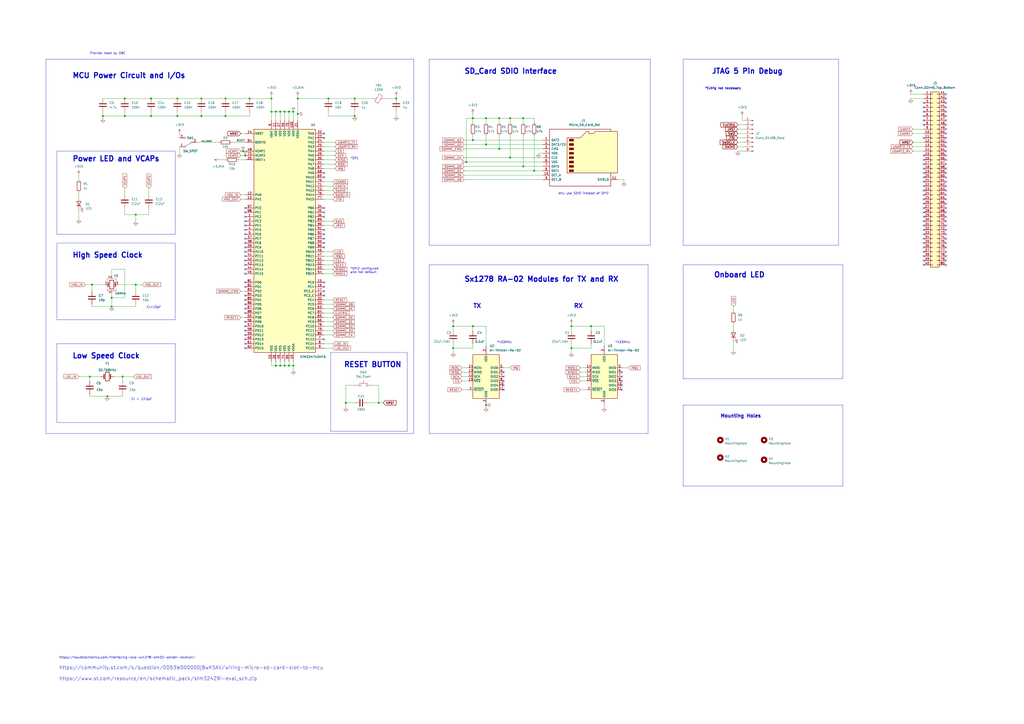
<source format=kicad_sch>
(kicad_sch (version 20230121) (generator eeschema)
  (paper "A2")
  (title_block (title "Tafiti Onboard Communication System") (date "2023-01-29") (rev "Version 1.5") (company "Kenya Space Agency") (comment 1 "Utilises an STM32H743VIT6 MCU."))
  (junction (at 274.32 68.58))
  (junction (at 205.74 67.31))
  (junction (at 64.77 177.8))
  (junction (at 205.74 57.15))
  (junction (at 270.51 93.98))
  (junction (at 262.89 189.23))
  (junction (at 102.87 57.15))
  (junction (at 342.9 189.23))
  (junction (at 162.56 212.09))
  (junction (at 170.18 64.77))
  (junction (at 229.87 57.15))
  (junction (at 78.74 124.46))
  (junction (at 62.23 229.87))
  (junction (at 165.1 212.09))
  (junction (at 78.74 165.1))
  (junction (at 53.34 165.1))
  (junction (at 172.72 57.15))
  (junction (at 281.94 68.58))
  (junction (at 142.24 90.17))
  (junction (at 331.47 189.23))
  (junction (at 140.97 87.63))
  (junction (at 165.1 64.77))
  (junction (at 274.32 189.23))
  (junction (at 160.02 64.77))
  (junction (at 190.5 57.15))
  (junction (at 309.88 99.06))
  (junction (at 144.78 57.15))
  (junction (at 71.12 218.44))
  (junction (at 289.56 68.58))
  (junction (at 170.18 212.09))
  (junction (at 219.71 233.68))
  (junction (at 102.87 67.31))
  (junction (at 160.02 212.09))
  (junction (at 262.89 201.93))
  (junction (at 167.64 212.09))
  (junction (at 116.84 57.15))
  (junction (at 303.53 68.58))
  (junction (at 281.94 234.95))
  (junction (at 64.77 172.72))
  (junction (at 281.94 83.82))
  (junction (at 157.48 57.15))
  (junction (at 87.63 67.31))
  (junction (at 157.48 64.77))
  (junction (at 167.64 64.77))
  (junction (at 331.47 201.93))
  (junction (at 59.69 67.31))
  (junction (at 295.91 91.44))
  (junction (at 289.56 86.36))
  (junction (at 72.39 57.15))
  (junction (at 162.56 64.77))
  (junction (at 295.91 68.58))
  (junction (at 130.81 67.31))
  (junction (at 130.81 57.15))
  (junction (at 172.72 66.04))
  (junction (at 72.39 67.31))
  (junction (at 116.84 67.31))
  (junction (at 87.63 57.15))
  (junction (at 274.32 81.28))
  (junction (at 200.66 233.68))
  (junction (at 52.07 218.44))
  (junction (at 303.53 96.52))
  (no_connect (at 360.68 220.98))
  (no_connect (at 360.68 218.44))
  (no_connect (at 142.24 186.69))
  (no_connect (at 142.24 201.93))
  (no_connect (at 142.24 199.39))
  (no_connect (at 360.68 226.06))
  (no_connect (at 187.96 143.51))
  (no_connect (at 535.94 80.01))
  (no_connect (at 187.96 171.45))
  (no_connect (at 292.1 223.52))
  (no_connect (at 292.1 226.06))
  (no_connect (at 187.96 125.73))
  (no_connect (at 187.96 123.19))
  (no_connect (at 187.96 120.65))
  (no_connect (at 187.96 133.35))
  (no_connect (at 187.96 135.89))
  (no_connect (at 187.96 138.43))
  (no_connect (at 187.96 140.97))
  (no_connect (at 187.96 163.83))
  (no_connect (at 360.68 223.52))
  (no_connect (at 292.1 218.44))
  (no_connect (at 292.1 220.98))
  (no_connect (at 187.96 166.37))
  (no_connect (at 187.96 168.91))
  (no_connect (at 187.96 100.33))
  (no_connect (at 187.96 196.85))
  (no_connect (at 187.96 102.87))
  (no_connect (at 187.96 80.01))
  (no_connect (at 187.96 77.47))
  (no_connect (at 142.24 179.07))
  (no_connect (at 142.24 176.53))
  (no_connect (at 142.24 173.99))
  (no_connect (at 142.24 171.45))
  (no_connect (at 142.24 166.37))
  (no_connect (at 142.24 163.83))
  (no_connect (at 142.24 158.75))
  (no_connect (at 142.24 156.21))
  (no_connect (at 142.24 153.67))
  (no_connect (at 142.24 151.13))
  (no_connect (at 142.24 148.59))
  (no_connect (at 142.24 146.05))
  (no_connect (at 142.24 143.51))
  (no_connect (at 142.24 140.97))
  (no_connect (at 142.24 138.43))
  (no_connect (at 142.24 135.89))
  (no_connect (at 142.24 133.35))
  (no_connect (at 142.24 130.81))
  (no_connect (at 142.24 128.27))
  (no_connect (at 142.24 125.73))
  (no_connect (at 142.24 120.65))
  (no_connect (at 142.24 123.19))
  (no_connect (at 142.24 181.61))
  (no_connect (at 142.24 196.85))
  (no_connect (at 142.24 194.31))
  (no_connect (at 142.24 191.77))
  (no_connect (at 142.24 189.23))
  (no_connect (at 548.64 72.39))
  (no_connect (at 548.64 69.85))
  (no_connect (at 548.64 67.31))
  (no_connect (at 548.64 64.77))
  (no_connect (at 548.64 62.23))
  (no_connect (at 548.64 59.69))
  (no_connect (at 548.64 57.15))
  (no_connect (at 548.64 54.61))
  (no_connect (at 535.94 62.23))
  (no_connect (at 535.94 59.69))
  (no_connect (at 535.94 95.25))
  (no_connect (at 535.94 97.79))
  (no_connect (at 535.94 100.33))
  (no_connect (at 535.94 102.87))
  (no_connect (at 535.94 64.77))
  (no_connect (at 535.94 67.31))
  (no_connect (at 535.94 72.39))
  (no_connect (at 535.94 69.85))
  (no_connect (at 548.64 97.79))
  (no_connect (at 548.64 95.25))
  (no_connect (at 548.64 92.71))
  (no_connect (at 548.64 90.17))
  (no_connect (at 548.64 87.63))
  (no_connect (at 548.64 85.09))
  (no_connect (at 548.64 82.55))
  (no_connect (at 548.64 80.01))
  (no_connect (at 548.64 77.47))
  (no_connect (at 548.64 74.93))
  (no_connect (at 535.94 153.67))
  (no_connect (at 548.64 153.67))
  (no_connect (at 548.64 151.13))
  (no_connect (at 535.94 92.71))
  (no_connect (at 535.94 90.17))
  (no_connect (at 535.94 105.41))
  (no_connect (at 535.94 107.95))
  (no_connect (at 535.94 110.49))
  (no_connect (at 535.94 113.03))
  (no_connect (at 535.94 118.11))
  (no_connect (at 535.94 120.65))
  (no_connect (at 535.94 115.57))
  (no_connect (at 535.94 123.19))
  (no_connect (at 535.94 125.73))
  (no_connect (at 535.94 128.27))
  (no_connect (at 535.94 130.81))
  (no_connect (at 535.94 133.35))
  (no_connect (at 535.94 135.89))
  (no_connect (at 535.94 138.43))
  (no_connect (at 535.94 140.97))
  (no_connect (at 535.94 143.51))
  (no_connect (at 535.94 146.05))
  (no_connect (at 535.94 148.59))
  (no_connect (at 535.94 151.13))
  (no_connect (at 548.64 148.59))
  (no_connect (at 548.64 146.05))
  (no_connect (at 548.64 143.51))
  (no_connect (at 548.64 140.97))
  (no_connect (at 548.64 138.43))
  (no_connect (at 548.64 135.89))
  (no_connect (at 548.64 133.35))
  (no_connect (at 548.64 130.81))
  (no_connect (at 548.64 128.27))
  (no_connect (at 548.64 125.73))
  (no_connect (at 548.64 123.19))
  (no_connect (at 548.64 120.65))
  (no_connect (at 548.64 118.11))
  (no_connect (at 548.64 115.57))
  (no_connect (at 548.64 113.03))
  (no_connect (at 548.64 107.95))
  (no_connect (at 548.64 110.49))
  (no_connect (at 548.64 105.41))
  (no_connect (at 548.64 102.87))
  (no_connect (at 548.64 100.33))
  (no_connect (at 360.68 215.9))
  (no_connect (at 292.1 215.9))
  (polyline (pts (xy 101.6 87.63) (xy 101.6 135.89)))
  (wire (pts (xy 172.72 57.15) (xy 190.5 57.15)))
  (wire (pts (xy 157.48 57.15) (xy 157.48 64.77)))
  (polyline (pts (xy 396.24 34.29) (xy 486.41 34.29)))
  (wire (pts (xy 59.69 64.77) (xy 59.69 67.31)))
  (wire (pts (xy 78.74 165.1) (xy 78.74 168.91)))
  (wire (pts (xy 59.69 57.15) (xy 72.39 57.15)))
  (polyline (pts (xy 33.02 140.97) (xy 101.6 140.97)))
  (wire (pts (xy 71.12 218.44) (xy 77.47 218.44)))
  (wire (pts (xy 45.72 218.44) (xy 52.07 218.44)))
  (wire (pts (xy 49.53 165.1) (xy 53.34 165.1)))
  (wire (pts (xy 139.7 115.57) (xy 142.24 115.57)))
  (wire (pts (xy 167.64 209.55) (xy 167.64 212.09)))
  (wire (pts (xy 160.02 209.55) (xy 160.02 212.09)))
  (wire (pts (xy 289.56 78.74) (xy 289.56 86.36)))
  (wire (pts (xy 139.7 184.15) (xy 142.24 184.15)))
  (wire (pts (xy 350.52 233.68) (xy 350.52 236.22)))
  (wire (pts (xy 187.96 107.95) (xy 193.04 107.95)))
  (wire (pts (xy 295.91 68.58) (xy 295.91 71.12)))
  (wire (pts (xy 528.32 57.15) (xy 535.94 57.15)))
  (wire (pts (xy 187.96 113.03) (xy 193.04 113.03)))
  (wire (pts (xy 139.7 77.47) (xy 142.24 77.47)))
  (wire (pts (xy 127 92.71) (xy 130.81 92.71)))
  (wire (pts (xy 262.89 187.96) (xy 262.89 189.23)))
  (wire (pts (xy 102.87 64.77) (xy 102.87 67.31)))
  (wire (pts (xy 104.14 77.47) (xy 104.14 80.01)))
  (wire (pts (xy 187.96 153.67) (xy 193.04 153.67)))
  (wire (pts (xy 281.94 189.23) (xy 281.94 200.66)))
  (wire (pts (xy 187.96 110.49) (xy 193.04 110.49)))
  (wire (pts (xy 200.66 233.68) (xy 200.66 236.22)))
  (wire (pts (xy 342.9 189.23) (xy 350.52 189.23)))
  (wire (pts (xy 281.94 83.82) (xy 314.96 83.82)))
  (wire (pts (xy 167.64 64.77) (xy 167.64 69.85)))
  (wire (pts (xy 425.45 198.12) (xy 425.45 203.2)))
  (wire (pts (xy 187.96 189.23) (xy 193.04 189.23)))
  (wire (pts (xy 167.64 212.09) (xy 170.18 212.09)))
  (polyline (pts (xy 240.03 34.29) (xy 240.03 251.46)))
  (polyline (pts (xy 101.6 140.97) (xy 101.6 185.42)))
  (wire (pts (xy 116.84 67.31) (xy 130.81 67.31)))
  (polyline (pts (xy 204.47 204.47) (xy 236.22 204.47)))
  (wire (pts (xy 219.71 223.52) (xy 219.71 233.68)))
  (wire (pts (xy 157.48 55.88) (xy 157.48 57.15)))
  (wire (pts (xy 64.77 170.18) (xy 64.77 172.72)))
  (wire (pts (xy 190.5 67.31) (xy 205.74 67.31)))
  (wire (pts (xy 281.94 68.58) (xy 289.56 68.58)))
  (wire (pts (xy 130.81 67.31) (xy 144.78 67.31)))
  (wire (pts (xy 274.32 189.23) (xy 281.94 189.23)))
  (wire (pts (xy 187.96 115.57) (xy 193.04 115.57)))
  (wire (pts (xy 331.47 189.23) (xy 331.47 191.77)))
  (wire (pts (xy 350.52 189.23) (xy 350.52 200.66)))
  (wire (pts (xy 295.91 68.58) (xy 303.53 68.58)))
  (wire (pts (xy 229.87 64.77) (xy 229.87 67.31)))
  (wire (pts (xy 52.07 218.44) (xy 58.42 218.44)))
  (polyline (pts (xy 248.92 153.67) (xy 375.92 153.67)))
  (polyline (pts (xy 26.67 34.29) (xy 26.67 251.46)))
  (wire (pts (xy 170.18 209.55) (xy 170.18 212.09)))
  (wire (pts (xy 430.53 69.85) (xy 431.8 69.85)))
  (wire (pts (xy 187.96 173.99) (xy 193.04 173.99)))
  (wire (pts (xy 187.96 199.39) (xy 193.04 199.39)))
  (wire (pts (xy 64.77 160.02) (xy 64.77 156.21)))
  (wire (pts (xy 72.39 57.15) (xy 87.63 57.15)))
  (wire (pts (xy 303.53 68.58) (xy 309.88 68.58)))
  (polyline (pts (xy 248.92 34.29) (xy 377.19 34.29)))
  (wire (pts (xy 187.96 148.59) (xy 193.04 148.59)))
  (wire (pts (xy 187.96 146.05) (xy 193.04 146.05)))
  (wire (pts (xy 295.91 91.44) (xy 314.96 91.44)))
  (wire (pts (xy 274.32 66.04) (xy 274.32 68.58)))
  (wire (pts (xy 45.72 121.92) (xy 45.72 127)))
  (polyline (pts (xy 396.24 234.95) (xy 488.95 234.95)))
  (wire (pts (xy 165.1 64.77) (xy 165.1 69.85)))
  (wire (pts (xy 358.14 104.14) (xy 361.95 104.14)))
  (polyline (pts (xy 396.24 34.29) (xy 396.24 142.24)))
  (wire (pts (xy 52.07 228.6) (xy 52.07 229.87)))
  (wire (pts (xy 281.94 234.95) (xy 281.94 236.22)))
  (wire (pts (xy 167.64 64.77) (xy 170.18 64.77)))
  (wire (pts (xy 53.34 165.1) (xy 60.96 165.1)))
  (wire (pts (xy 267.97 226.06) (xy 271.78 226.06)))
  (wire (pts (xy 72.39 67.31) (xy 87.63 67.31)))
  (wire (pts (xy 205.74 57.15) (xy 215.9 57.15)))
  (wire (pts (xy 78.74 124.46) (xy 78.74 128.27)))
  (wire (pts (xy 342.9 189.23) (xy 331.47 189.23)))
  (wire (pts (xy 157.48 64.77) (xy 160.02 64.77)))
  (wire (pts (xy 331.47 199.39) (xy 331.47 201.93)))
  (wire (pts (xy 87.63 67.31) (xy 102.87 67.31)))
  (wire (pts (xy 87.63 64.77) (xy 87.63 67.31)))
  (wire (pts (xy 138.43 92.71) (xy 142.24 92.71)))
  (wire (pts (xy 267.97 213.36) (xy 271.78 213.36)))
  (wire (pts (xy 205.74 67.31) (xy 205.74 64.77)))
  (wire (pts (xy 361.95 104.14) (xy 361.95 105.41)))
  (wire (pts (xy 187.96 151.13) (xy 193.04 151.13)))
  (wire (pts (xy 262.89 189.23) (xy 262.89 191.77)))
  (wire (pts (xy 303.53 78.74) (xy 303.53 96.52)))
  (wire (pts (xy 157.48 212.09) (xy 160.02 212.09)))
  (polyline (pts (xy 396.24 153.67) (xy 396.24 219.71)))
  (wire (pts (xy 427.99 85.09) (xy 431.8 85.09)))
  (wire (pts (xy 139.7 168.91) (xy 142.24 168.91)))
  (wire (pts (xy 187.96 87.63) (xy 194.31 87.63)))
  (wire (pts (xy 528.32 54.61) (xy 535.94 54.61)))
  (wire (pts (xy 187.96 181.61) (xy 193.04 181.61)))
  (wire (pts (xy 59.69 67.31) (xy 59.69 68.58)))
  (wire (pts (xy 139.7 87.63) (xy 140.97 87.63)))
  (polyline (pts (xy 375.92 251.46) (xy 248.92 251.46)))
  (wire (pts (xy 427.99 72.39) (xy 431.8 72.39)))
  (wire (pts (xy 52.07 229.87) (xy 62.23 229.87)))
  (polyline (pts (xy 486.41 142.24) (xy 486.41 34.29)))
  (wire (pts (xy 262.89 201.93) (xy 262.89 204.47)))
  (wire (pts (xy 205.74 223.52) (xy 200.66 223.52)))
  (wire (pts (xy 116.84 64.77) (xy 116.84 67.31)))
  (polyline (pts (xy 191.77 204.47) (xy 204.47 204.47)))
  (wire (pts (xy 529.59 85.09) (xy 535.94 85.09)))
  (wire (pts (xy 336.55 213.36) (xy 340.36 213.36)))
  (wire (pts (xy 187.96 90.17) (xy 194.31 90.17)))
  (wire (pts (xy 187.96 158.75) (xy 193.04 158.75)))
  (wire (pts (xy 53.34 177.8) (xy 64.77 177.8)))
  (wire (pts (xy 52.07 218.44) (xy 52.07 220.98)))
  (wire (pts (xy 312.42 88.9) (xy 314.96 88.9)))
  (polyline (pts (xy 396.24 153.67) (xy 488.95 153.67)))
  (wire (pts (xy 200.66 223.52) (xy 200.66 233.68)))
  (wire (pts (xy 102.87 57.15) (xy 116.84 57.15)))
  (wire (pts (xy 64.77 156.21) (xy 72.39 156.21)))
  (wire (pts (xy 134.62 82.55) (xy 142.24 82.55)))
  (wire (pts (xy 267.97 220.98) (xy 271.78 220.98)))
  (polyline (pts (xy 26.67 34.29) (xy 240.03 34.29)))
  (wire (pts (xy 187.96 130.81) (xy 193.04 130.81)))
  (wire (pts (xy 71.12 218.44) (xy 71.12 220.98)))
  (wire (pts (xy 72.39 64.77) (xy 72.39 67.31)))
  (wire (pts (xy 529.59 82.55) (xy 535.94 82.55)))
  (wire (pts (xy 336.55 218.44) (xy 340.36 218.44)))
  (polyline (pts (xy 488.95 153.67) (xy 488.95 219.71)))
  (wire (pts (xy 86.36 109.22) (xy 86.36 113.03)))
  (wire (pts (xy 425.45 187.96) (xy 425.45 190.5)))
  (wire (pts (xy 78.74 124.46) (xy 72.39 124.46)))
  (polyline (pts (xy 377.19 142.24) (xy 377.19 34.29)))
  (wire (pts (xy 274.32 68.58) (xy 274.32 71.12)))
  (wire (pts (xy 64.77 177.8) (xy 78.74 177.8)))
  (wire (pts (xy 336.55 220.98) (xy 340.36 220.98)))
  (wire (pts (xy 187.96 85.09) (xy 194.31 85.09)))
  (wire (pts (xy 274.32 68.58) (xy 281.94 68.58)))
  (wire (pts (xy 116.84 57.15) (xy 130.81 57.15)))
  (wire (pts (xy 303.53 68.58) (xy 303.53 71.12)))
  (wire (pts (xy 59.69 67.31) (xy 72.39 67.31)))
  (wire (pts (xy 274.32 201.93) (xy 274.32 199.39)))
  (wire (pts (xy 427.99 74.93) (xy 431.8 74.93)))
  (wire (pts (xy 64.77 177.8) (xy 64.77 172.72)))
  (wire (pts (xy 45.72 101.6) (xy 45.72 104.14)))
  (wire (pts (xy 427.99 82.55) (xy 431.8 82.55)))
  (polyline (pts (xy 33.02 87.63) (xy 101.6 87.63)))
  (wire (pts (xy 187.96 191.77) (xy 193.04 191.77)))
  (wire (pts (xy 529.59 74.93) (xy 535.94 74.93)))
  (wire (pts (xy 187.96 95.25) (xy 194.31 95.25)))
  (wire (pts (xy 62.23 229.87) (xy 71.12 229.87)))
  (wire (pts (xy 144.78 57.15) (xy 157.48 57.15)))
  (wire (pts (xy 213.36 233.68) (xy 219.71 233.68)))
  (wire (pts (xy 430.53 67.31) (xy 430.53 69.85)))
  (wire (pts (xy 190.5 57.15) (xy 205.74 57.15)))
  (wire (pts (xy 53.34 165.1) (xy 53.34 168.91)))
  (wire (pts (xy 270.51 68.58) (xy 270.51 93.98)))
  (wire (pts (xy 219.71 233.68) (xy 222.25 233.68)))
  (wire (pts (xy 269.24 91.44) (xy 295.91 91.44)))
  (wire (pts (xy 427.99 80.01) (xy 431.8 80.01)))
  (wire (pts (xy 281.94 78.74) (xy 281.94 83.82)))
  (wire (pts (xy 114.3 82.55) (xy 127 82.55)))
  (wire (pts (xy 274.32 81.28) (xy 314.96 81.28)))
  (wire (pts (xy 187.96 156.21) (xy 193.04 156.21)))
  (wire (pts (xy 289.56 68.58) (xy 295.91 68.58)))
  (wire (pts (xy 269.24 83.82) (xy 281.94 83.82)))
  (wire (pts (xy 140.97 87.63) (xy 142.24 87.63)))
  (polyline (pts (xy 375.92 153.67) (xy 375.92 251.46)))
  (wire (pts (xy 289.56 68.58) (xy 289.56 71.12)))
  (wire (pts (xy 342.9 191.77) (xy 342.9 189.23)))
  (polyline (pts (xy 236.22 204.47) (xy 236.22 250.19)))
  (wire (pts (xy 187.96 92.71) (xy 194.31 92.71)))
  (wire (pts (xy 53.34 176.53) (xy 53.34 177.8)))
  (wire (pts (xy 223.52 57.15) (xy 229.87 57.15)))
  (wire (pts (xy 187.96 179.07) (xy 193.04 179.07)))
  (wire (pts (xy 187.96 105.41) (xy 193.04 105.41)))
  (wire (pts (xy 157.48 209.55) (xy 157.48 212.09)))
  (wire (pts (xy 162.56 209.55) (xy 162.56 212.09)))
  (wire (pts (xy 425.45 177.8) (xy 425.45 180.34)))
  (polyline (pts (xy 33.02 199.39) (xy 33.02 245.11)))
  (polyline (pts (xy 248.92 251.46) (xy 248.92 153.67)))
  (wire (pts (xy 336.55 215.9) (xy 340.36 215.9)))
  (polyline (pts (xy 396.24 142.24) (xy 486.41 142.24)))
  (wire (pts (xy 72.39 172.72) (xy 64.77 172.72)))
  (polyline (pts (xy 248.92 142.24) (xy 377.19 142.24)))
  (polyline (pts (xy 396.24 234.95) (xy 396.24 281.94)))
  (wire (pts (xy 172.72 55.88) (xy 172.72 57.15)))
  (wire (pts (xy 269.24 101.6) (xy 314.96 101.6)))
  (wire (pts (xy 162.56 64.77) (xy 162.56 69.85)))
  (wire (pts (xy 269.24 96.52) (xy 303.53 96.52)))
  (wire (pts (xy 72.39 124.46) (xy 72.39 120.65)))
  (wire (pts (xy 187.96 82.55) (xy 194.31 82.55)))
  (wire (pts (xy 331.47 201.93) (xy 331.47 204.47)))
  (wire (pts (xy 130.81 64.77) (xy 130.81 67.31)))
  (polyline (pts (xy 33.02 199.39) (xy 101.6 199.39)))
  (wire (pts (xy 215.9 223.52) (xy 219.71 223.52)))
  (wire (pts (xy 104.14 85.09) (xy 104.14 88.9)))
  (wire (pts (xy 187.96 201.93) (xy 193.04 201.93)))
  (polyline (pts (xy 101.6 245.11) (xy 33.02 245.11)))
  (polyline (pts (xy 33.02 140.97) (xy 33.02 185.42)))
  (wire (pts (xy 66.04 218.44) (xy 71.12 218.44)))
  (wire (pts (xy 172.72 57.15) (xy 172.72 66.04)))
  (wire (pts (xy 139.7 113.03) (xy 142.24 113.03)))
  (wire (pts (xy 274.32 191.77) (xy 274.32 189.23)))
  (wire (pts (xy 72.39 109.22) (xy 72.39 113.03)))
  (wire (pts (xy 289.56 86.36) (xy 314.96 86.36)))
  (wire (pts (xy 187.96 186.69) (xy 193.04 186.69)))
  (wire (pts (xy 274.32 78.74) (xy 274.32 81.28)))
  (wire (pts (xy 270.51 93.98) (xy 314.96 93.98)))
  (wire (pts (xy 269.24 86.36) (xy 289.56 86.36)))
  (polyline (pts (xy 488.95 219.71) (xy 396.24 219.71)))
  (wire (pts (xy 309.88 99.06) (xy 314.96 99.06)))
  (wire (pts (xy 529.59 87.63) (xy 535.94 87.63)))
  (wire (pts (xy 170.18 212.09) (xy 170.18 214.63)))
  (wire (pts (xy 292.1 213.36) (xy 295.91 213.36)))
  (wire (pts (xy 269.24 81.28) (xy 274.32 81.28)))
  (wire (pts (xy 187.96 97.79) (xy 194.31 97.79)))
  (wire (pts (xy 281.94 233.68) (xy 281.94 234.95)))
  (wire (pts (xy 130.81 57.15) (xy 144.78 57.15)))
  (wire (pts (xy 187.96 128.27) (xy 193.04 128.27)))
  (wire (pts (xy 267.97 215.9) (xy 271.78 215.9)))
  (polyline (pts (xy 248.92 34.29) (xy 248.92 142.24)))
  (polyline (pts (xy 101.6 185.42) (xy 33.02 185.42)))
  (wire (pts (xy 165.1 64.77) (xy 167.64 64.77)))
  (wire (pts (xy 157.48 64.77) (xy 157.48 69.85)))
  (wire (pts (xy 86.36 120.65) (xy 86.36 124.46)))
  (wire (pts (xy 170.18 64.77) (xy 170.18 69.85)))
  (wire (pts (xy 160.02 64.77) (xy 162.56 64.77)))
  (wire (pts (xy 309.88 78.74) (xy 309.88 99.06)))
  (polyline (pts (xy 101.6 135.89) (xy 33.02 135.89)))
  (wire (pts (xy 529.59 77.47) (xy 535.94 77.47)))
  (wire (pts (xy 303.53 96.52) (xy 314.96 96.52)))
  (wire (pts (xy 190.5 64.77) (xy 190.5 67.31)))
  (wire (pts (xy 187.96 176.53) (xy 193.04 176.53)))
  (wire (pts (xy 331.47 201.93) (xy 342.9 201.93)))
  (wire (pts (xy 160.02 64.77) (xy 160.02 69.85)))
  (wire (pts (xy 78.74 177.8) (xy 78.74 176.53)))
  (wire (pts (xy 281.94 68.58) (xy 281.94 71.12)))
  (wire (pts (xy 336.55 226.06) (xy 340.36 226.06)))
  (wire (pts (xy 274.32 68.58) (xy 270.51 68.58)))
  (wire (pts (xy 267.97 218.44) (xy 271.78 218.44)))
  (polyline (pts (xy 191.77 250.19) (xy 191.77 204.47)))
  (polyline (pts (xy 33.02 87.63) (xy 33.02 135.89)))
  (wire (pts (xy 165.1 209.55) (xy 165.1 212.09)))
  (wire (pts (xy 269.24 104.14) (xy 314.96 104.14)))
  (polyline (pts (xy 236.22 250.19) (xy 191.77 250.19)))
  (wire (pts (xy 269.24 99.06) (xy 309.88 99.06)))
  (wire (pts (xy 262.89 199.39) (xy 262.89 201.93)))
  (wire (pts (xy 139.7 90.17) (xy 142.24 90.17)))
  (wire (pts (xy 162.56 212.09) (xy 165.1 212.09)))
  (wire (pts (xy 144.78 67.31) (xy 144.78 64.77)))
  (wire (pts (xy 102.87 67.31) (xy 116.84 67.31)))
  (wire (pts (xy 309.88 68.58) (xy 309.88 71.12)))
  (wire (pts (xy 187.96 184.15) (xy 193.04 184.15)))
  (wire (pts (xy 172.72 66.04) (xy 172.72 69.85)))
  (wire (pts (xy 274.32 189.23) (xy 262.89 189.23)))
  (polyline (pts (xy 488.95 281.94) (xy 396.24 281.94)))
  (wire (pts (xy 331.47 187.96) (xy 331.47 189.23)))
  (polyline (pts (xy 101.6 199.39) (xy 101.6 245.11)))
  (wire (pts (xy 295.91 78.74) (xy 295.91 91.44)))
  (wire (pts (xy 427.99 77.47) (xy 431.8 77.47)))
  (wire (pts (xy 229.87 55.88) (xy 229.87 57.15)))
  (wire (pts (xy 160.02 212.09) (xy 162.56 212.09)))
  (polyline (pts (xy 488.95 234.95) (xy 488.95 281.94)))
  (wire (pts (xy 262.89 201.93) (xy 274.32 201.93)))
  (wire (pts (xy 200.66 233.68) (xy 205.74 233.68)))
  (wire (pts (xy 45.72 111.76) (xy 45.72 114.3)))
  (wire (pts (xy 68.58 165.1) (xy 78.74 165.1)))
  (wire (pts (xy 360.68 213.36) (xy 364.49 213.36)))
  (wire (pts (xy 71.12 229.87) (xy 71.12 228.6)))
  (wire (pts (xy 342.9 201.93) (xy 342.9 199.39)))
  (wire (pts (xy 427.99 87.63) (xy 431.8 87.63)))
  (wire (pts (xy 165.1 212.09) (xy 167.64 212.09)))
  (wire (pts (xy 162.56 64.77) (xy 165.1 64.77)))
  (wire (pts (xy 72.39 156.21) (xy 72.39 172.72)))
  (wire (pts (xy 187.96 194.31) (xy 193.04 194.31)))
  (polyline (pts (xy 240.03 251.46) (xy 26.67 251.46)))
  (wire (pts (xy 78.74 165.1) (xy 82.55 165.1)))
  (wire (pts (xy 87.63 57.15) (xy 102.87 57.15)))
  (wire (pts (xy 86.36 124.46) (xy 78.74 124.46)))
  (text "RX" (at 332.74 179.07 0) (effects (font (size 2.5 2.5) bold) (justify left bottom)))
  (text "Onboard LED" (at 414.02 161.29 0) (effects (font (size 3 3) bold) (justify left bottom)))
  (text "Cl = 12.5pF" (at 76.2 232.41 0) (effects (font (size 1.27 1.27)) (justify left bottom)))
  (text "Cl=10pF" (at 85.09 179.07 0) (effects (font (size 1.27 1.27)) (justify left bottom)))
  (text "https://www.st.com/resource/en/schematic_pack/stm32429i-eval_sch.zip" (at 34.29 394.97 0) (effects (font (size 2 2)) (justify left bottom)))
  (text "https://community.st.com/s/question/0D53W00000DjBwKSAV/wiring-micro-sd-card-slot-to-mcu" (at 34.29 388.62 0) (effects (font (size 2 2)) (justify left bottom)))
  (text "Mounting Holes" (at 417.83 242.57 0) (effects (font (size 2 2) (thickness 0.4) bold) (justify left bottom)))
  (text "RESET BUTTON" (at 199.39 213.36 0) (effects (font (size 3 3) bold) (justify left bottom)))
  (text "*Extrig not necessary" (at 408.94 52.07 0) (effects (font (size 1.27 1.27) bold) (justify left bottom)))
  (text "Sx1278 RA-02 Modules for TX and RX" (at 269.24 163.83 0) (effects (font (size 3 3) bold) (justify left bottom)))
  (text "https://how2electronics.com/interfacing-lora-sx1278-stm32-sender-receiver/" (at 34.29 382.27 0) (effects (font (size 1.27 1.27)) (justify left bottom)))
  (text "JTAG 5 Pin Debug" (at 412.75 43.18 0) (effects (font (size 3 3) bold) (justify left bottom)))
  (text "*433MHz" (at 288.29 199.39 0) (effects (font (size 1.27 1.27)) (justify left bottom)))
  (text "Provide reset by OBC" (at 52.07 31.75 0) (effects (font (size 1.27 1.27)) (justify left bottom)))
  (text "Power LED and VCAPs" (at 41.91 93.98 0) (effects (font (size 3 3) bold) (justify left bottom)))
  (text "High Speed Clock" (at 41.91 149.86 0) (effects (font (size 3 3) (thickness 0.6) bold) (justify left bottom)))
  (text "MCU Power Circuit and I/Os" (at 41.91 45.72 0) (effects (font (size 3 3) bold) (justify left bottom)))
  (text "Why use SDIO instead of SPI?\n" (at 323.85 113.03 0) (effects (font (size 1.27 1.27)) (justify left bottom)))
  (text "*SP1" (at 203.2 92.71 0) (effects (font (size 1.27 1.27)) (justify left bottom)))
  (text "*SPI2 configured\nand not default" (at 203.2 158.75 0) (effects (font (size 1.27 1.27)) (justify left bottom)))
  (text "Low Speed Clock" (at 41.91 208.28 0) (effects (font (size 3 3) bold) (justify left bottom)))
  (text "*433MHz" (at 356.87 199.39 0) (effects (font (size 1.27 1.27)) (justify left bottom)))
  (text "TX" (at 274.32 179.07 0) (effects (font (size 2.5 2.5) bold) (justify left bottom)))
  (text "SD_Card SDIO Interface" (at 269.24 43.18 0) (effects (font (size 3 3) bold) (justify left bottom)))
  (label "BOOT" (at 137.16 82.55 0))
  (label "sw_boot" (at 116.84 82.55 0) (effects (font (size 1 1))))
  (global_label "HSE_OUT" (shape input) (at 139.7 115.57 180) (property "Intersheetrefs" "${INTERSHEET_REFS}" (effects hide)))
  (global_label "JTDI" (shape input) (at 193.04 115.57 0) (property "Intersheetrefs" "${INTERSHEET_REFS}" (effects hide)))
  (global_label "MISO" (shape input) (at 267.97 215.9 180) (property "Intersheetrefs" "${INTERSHEET_REFS}" (effects hide)))
  (global_label "HSE_IN" (shape input) (at 139.7 113.03 180) (property "Intersheetrefs" "${INTERSHEET_REFS}" (effects hide)))
  (global_label "SDMMC_DA" (shape input) (at 269.24 101.6 180) (property "Intersheetrefs" "${INTERSHEET_REFS}" (effects hide)))
  (global_label "MOSI" (shape input) (at 194.31 95.25 0) (property "Intersheetrefs" "${INTERSHEET_REFS}" (effects hide)))
  (global_label "RESET" (shape input) (at 267.97 226.06 180) (property "Intersheetrefs" "${INTERSHEET_REFS}" (effects hide)))
  (global_label "ExtTRIG" (shape input) (at 193.04 181.61 0) (property "Intersheetrefs" "${INTERSHEET_REFS}" (effects hide)))
  (global_label "SCK1" (shape input) (at 336.55 218.44 180) (property "Intersheetrefs" "${INTERSHEET_REFS}" (effects hide)))
  (global_label "SDMMC_D0" (shape input) (at 269.24 96.52 180) (property "Intersheetrefs" "${INTERSHEET_REFS}" (effects hide)))
  (global_label "SDMMC_CMD" (shape input) (at 139.7 168.91 180) (property "Intersheetrefs" "${INTERSHEET_REFS}" (effects hide)))
  (global_label "HSE_OUT" (shape input) (at 82.55 165.1 0) (property "Intersheetrefs" "${INTERSHEET_REFS}" (effects hide)))
  (global_label "MOSI" (shape input) (at 267.97 213.36 180) (property "Intersheetrefs" "${INTERSHEET_REFS}" (effects hide)))
  (global_label "USART2_TX" (shape input) (at 194.31 82.55 0) (property "Intersheetrefs" "${INTERSHEET_REFS}" (effects hide)))
  (global_label "NRST" (shape input) (at 139.7 77.47 180) (effects (font bold)) (property "Intersheetrefs" "${INTERSHEET_REFS}" (effects hide)))
  (global_label "LED" (shape input) (at 193.04 146.05 0) (property "Intersheetrefs" "${INTERSHEET_REFS}" (effects hide)))
  (global_label "SWDIO" (shape input) (at 193.04 110.49 0) (property "Intersheetrefs" "${INTERSHEET_REFS}" (effects hide)))
  (global_label "VCAP2" (shape input) (at 139.7 90.17 180) (property "Intersheetrefs" "${INTERSHEET_REFS}" (effects hide)))
  (global_label "SWDCLK" (shape input) (at 193.04 113.03 0) (property "Intersheetrefs" "${INTERSHEET_REFS}" (effects hide)))
  (global_label "SWDCLK" (shape input) (at 427.99 82.55 180) (effects (font bold)) (property "Intersheetrefs" "${INTERSHEET_REFS}" (effects hide)))
  (global_label "CANRX" (shape input) (at 529.59 77.47 180) (property "Intersheetrefs" "${INTERSHEET_REFS}" (effects hide)))
  (global_label "SDMMC_D1" (shape input) (at 269.24 99.06 180) (property "Intersheetrefs" "${INTERSHEET_REFS}" (effects hide)))
  (global_label "SDMMC_D3" (shape input) (at 269.24 83.82 180) (property "Intersheetrefs" "${INTERSHEET_REFS}" (effects hide)))
  (global_label "CANRX" (shape input) (at 193.04 105.41 0) (property "Intersheetrefs" "${INTERSHEET_REFS}" (effects hide)))
  (global_label "LED" (shape input) (at 425.45 177.8 90) (property "Intersheetrefs" "${INTERSHEET_REFS}" (effects hide)))
  (global_label "USART2_RX" (shape input) (at 194.31 85.09 0) (property "Intersheetrefs" "${INTERSHEET_REFS}" (effects hide)))
  (global_label "LSE_OUT" (shape input) (at 77.47 218.44 0) (property "Intersheetrefs" "${INTERSHEET_REFS}" (effects hide)))
  (global_label "RESET1" (shape input) (at 336.55 226.06 180) (property "Intersheetrefs" "${INTERSHEET_REFS}" (effects hide)))
  (global_label "MOSI1" (shape input) (at 193.04 158.75 0) (property "Intersheetrefs" "${INTERSHEET_REFS}" (effects hide)))
  (global_label "SDMMC_D1" (shape input) (at 193.04 186.69 0) (property "Intersheetrefs" "${INTERSHEET_REFS}" (effects hide)))
  (global_label "LSE_IN" (shape input) (at 193.04 199.39 0) (property "Intersheetrefs" "${INTERSHEET_REFS}" (effects hide)))
  (global_label "SWO" (shape input) (at 427.99 77.47 180) (effects (font bold)) (property "Intersheetrefs" "${INTERSHEET_REFS}" (effects hide)))
  (global_label "SDMMC_D2" (shape input) (at 269.24 81.28 180) (property "Intersheetrefs" "${INTERSHEET_REFS}" (effects hide)))
  (global_label "CS1" (shape input) (at 336.55 220.98 180) (property "Intersheetrefs" "${INTERSHEET_REFS}" (effects hide)))
  (global_label "MISO" (shape input) (at 194.31 92.71 0) (property "Intersheetrefs" "${INTERSHEET_REFS}" (effects hide)))
  (global_label "SDMMC_DA" (shape input) (at 193.04 179.07 0) (property "Intersheetrefs" "${INTERSHEET_REFS}" (effects hide)))
  (global_label "CANTX" (shape input) (at 193.04 107.95 0) (property "Intersheetrefs" "${INTERSHEET_REFS}" (effects hide)))
  (global_label "NRST" (shape input) (at 529.59 82.55 180) (effects (font bold)) (property "Intersheetrefs" "${INTERSHEET_REFS}" (effects hide)))
  (global_label "CS" (shape input) (at 267.97 220.98 180) (property "Intersheetrefs" "${INTERSHEET_REFS}" (effects hide)))
  (global_label "SDMMC_D0" (shape input) (at 193.04 184.15 0) (property "Intersheetrefs" "${INTERSHEET_REFS}" (effects hide)))
  (global_label "MISO1" (shape input) (at 193.04 156.21 0) (property "Intersheetrefs" "${INTERSHEET_REFS}" (effects hide)))
  (global_label "JTDI" (shape input) (at 427.99 80.01 180) (effects (font bold)) (property "Intersheetrefs" "${INTERSHEET_REFS}" (effects hide)))
  (global_label "RESET1" (shape input) (at 139.7 184.15 180) (property "Intersheetrefs" "${INTERSHEET_REFS}" (effects hide)))
  (global_label "NRST" (shape input) (at 222.25 233.68 0) (effects (font bold)) (property "Intersheetrefs" "${INTERSHEET_REFS}" (effects hide)))
  (global_label "SDMMC_DB" (shape input) (at 269.24 104.14 180) (property "Intersheetrefs" "${INTERSHEET_REFS}" (effects hide)))
  (global_label "IRQ1" (shape input) (at 193.04 148.59 0) (property "Intersheetrefs" "${INTERSHEET_REFS}" (effects hide)))
  (global_label "JRST" (shape input) (at 193.04 130.81 0) (property "Intersheetrefs" "${INTERSHEET_REFS}" (effects hide)))
  (global_label "VCAP1" (shape input) (at 72.39 109.22 90) (property "Intersheetrefs" "${INTERSHEET_REFS}" (effects hide)))
  (global_label "SCK" (shape input) (at 194.31 90.17 0) (property "Intersheetrefs" "${INTERSHEET_REFS}" (effects hide)))
  (global_label "LSE_IN" (shape input) (at 45.72 218.44 180) (property "Intersheetrefs" "${INTERSHEET_REFS}" (effects hide)))
  (global_label "SDMMC_D3" (shape input) (at 193.04 191.77 0) (property "Intersheetrefs" "${INTERSHEET_REFS}" (effects hide)))
  (global_label "MOSI1" (shape input) (at 336.55 213.36 180) (property "Intersheetrefs" "${INTERSHEET_REFS}" (effects hide)))
  (global_label "SWO" (shape input) (at 193.04 128.27 0) (property "Intersheetrefs" "${INTERSHEET_REFS}" (effects hide)))
  (global_label "SDMMC_D2" (shape input) (at 193.04 189.23 0) (property "Intersheetrefs" "${INTERSHEET_REFS}" (effects hide)))
  (global_label "IRQ" (shape input) (at 295.91 213.36 0) (property "Intersheetrefs" "${INTERSHEET_REFS}" (effects hide)))
  (global_label "HSE_IN" (shape input) (at 49.53 165.1 180) (property "Intersheetrefs" "${INTERSHEET_REFS}" (effects hide)))
  (global_label "LSE_OUT" (shape input) (at 193.04 201.93 0) (property "Intersheetrefs" "${INTERSHEET_REFS}" (effects hide)))
  (global_label "SCK" (shape input) (at 267.97 218.44 180) (property "Intersheetrefs" "${INTERSHEET_REFS}" (effects hide)))
  (global_label "SDMMC_CMD" (shape input) (at 269.24 86.36 180) (property "Intersheetrefs" "${INTERSHEET_REFS}" (effects hide)))
  (global_label "SDMMC_CK" (shape input) (at 193.04 194.31 0) (property "Intersheetrefs" "${INTERSHEET_REFS}" (effects hide)))
  (global_label "CS1" (shape input) (at 193.04 151.13 0) (property "Intersheetrefs" "${INTERSHEET_REFS}" (effects hide)))
  (global_label "CS" (shape input) (at 194.31 87.63 0) (property "Intersheetrefs" "${INTERSHEET_REFS}" (effects hide)))
  (global_label "SDMMC_CK" (shape input) (at 269.24 91.44 180) (property "Intersheetrefs" "${INTERSHEET_REFS}" (effects hide)))
  (global_label "SCK1" (shape input) (at 193.04 153.67 0) (property "Intersheetrefs" "${INTERSHEET_REFS}" (effects hide)))
  (global_label "VCAP1" (shape input) (at 139.7 87.63 180) (property "Intersheetrefs" "${INTERSHEET_REFS}" (effects hide)))
  (global_label "USART2_TX" (shape input) (at 529.59 85.09 180) (property "Intersheetrefs" "${INTERSHEET_REFS}" (effects hide)))
  (global_label "SWDIO" (shape input) (at 427.99 85.09 180) (effects (font bold)) (property "Intersheetrefs" "${INTERSHEET_REFS}" (effects hide)))
  (global_label "MISO1" (shape input) (at 336.55 215.9 180) (property "Intersheetrefs" "${INTERSHEET_REFS}" (effects hide)))
  (global_label "VCAP2" (shape input) (at 86.36 109.22 90) (property "Intersheetrefs" "${INTERSHEET_REFS}" (effects hide)))
  (global_label "JRST" (shape input) (at 427.99 74.93 180) (effects (font bold)) (property "Intersheetrefs" "${INTERSHEET_REFS}" (effects hide)))
  (global_label "USART2_RX" (shape input) (at 529.59 87.63 180) (property "Intersheetrefs" "${INTERSHEET_REFS}" (effects hide)))
  (global_label "ExtTRIG" (shape input) (at 427.99 72.39 180) (effects (font (thickness 0.254) bold)) (property "Intersheetrefs" "${INTERSHEET_REFS}" (effects hide)))
  (global_label "SDMMC_DB" (shape input) (at 193.04 176.53 0) (property "Intersheetrefs" "${INTERSHEET_REFS}" (effects hide)))
  (global_label "IRQ" (shape input) (at 194.31 97.79 0) (property "Intersheetrefs" "${INTERSHEET_REFS}" (effects hide)))
  (global_label "CANTX" (shape input) (at 529.59 74.93 180) (property "Intersheetrefs" "${INTERSHEET_REFS}" (effects hide)))
  (global_label "RESET" (shape input) (at 193.04 173.99 0) (property "Intersheetrefs" "${INTERSHEET_REFS}" (effects hide)))
  (global_label "IRQ1" (shape input) (at 364.49 213.36 0) (property "Intersheetrefs" "${INTERSHEET_REFS}" (effects hide)))
  (symbol (lib_id "MCU_ST_STM32H7:STM32H743VITx") (at 165.1 138.43 0) (unit 1)
    (property "Reference" "U1" (at 180.34 72.39 0) (effects (justify left)))
    (property "Value" "STM32H743VIT6" (at 173.99 207.01 0) (effects (justify left)))
    (property "Footprint" "Package_QFP:LQFP-100_14x14mm_P0.5mm" (effects hide))
    (property "Datasheet" "http://www.st.com/st-web-ui/static/active/en/resource/technical/document/datasheet/DM00387108.pdf" (effects hide))
  )
  (symbol (lib_id "power:PWR_FLAG") (at 281.94 234.95 270) (unit 1)
    (property "Reference" "#FLG0101" (effects hide))
    (property "Value" "PWR_FLAG" (effects hide))
  )
  (symbol (lib_id "power:+3V3") (at 45.72 101.6 0) (unit 1)
    (property "Reference" "#PWR0102" (effects hide))
    (property "Value" "+3V3" (at 45.72 96.52 0))
  )
  (symbol (lib_id "Mechanical:MountingHole") (at 443.23 266.7 0) (unit 1)
    (property "Reference" "H4" (at 445.77 266.065 0) (effects (justify left)))
    (property "Value" "MountingHole" (at 445.77 268.605 0) (effects (justify left)))
  )
  (symbol (lib_id "Device:C") (at 209.55 233.68 90) (unit 1)
    (property "Reference" "C21" (at 209.55 229.87 90))
    (property "Value" "100n" (at 209.55 237.49 90))
    (property "Footprint" "Capacitor_SMD:C_0402_1005Metric" (effects hide))
  )
  (symbol (lib_id "Device:C") (at 71.12 224.79 0) (unit 1)
    (property "Reference" "C9" (at 74.93 222.25 0) (effects (justify left)))
    (property "Value" "15p" (at 74.93 226.0599 0) (effects (justify left)))
    (property "Footprint" "Capacitor_SMD:C_0402_1005Metric" (effects hide))
  )
  (symbol (lib_id "power:PWR_FLAG") (at 172.72 66.04 270) (unit 1)
    (property "Reference" "#FLG0102" (effects hide))
    (property "Value" "PWR_FLAG" (effects hide))
  )
  (symbol (lib_id "Device:R") (at 45.72 107.95 0) (unit 1)
    (property "Reference" "R1" (at 48.26 106.6799 0) (effects (justify left)))
    (property "Value" "1k" (at 48.26 109.2199 0) (effects (justify left)))
    (property "Footprint" "Resistor_SMD:R_0402_1005Metric" (effects hide))
  )
  (symbol (lib_id "Device:C") (at 274.32 195.58 0) (unit 1)
    (property "Reference" "C4" (at 276.86 193.04 0) (effects (justify left)))
    (property "Value" "0.1uF" (at 275.59 198.12 0) (effects (justify left)))
    (property "Footprint" "Capacitor_SMD:C_0402_1005Metric" (effects hide))
  )
  (symbol (lib_id "Device:C") (at 331.47 195.58 0) (unit 1)
    (property "Reference" "C1" (at 327.66 193.04 0) (effects (justify left)))
    (property "Value" "22uF/16V" (at 320.04 198.12 0) (effects (justify left)))
    (property "Footprint" "Capacitor_SMD:C_0603_1608Metric" (effects hide))
  )
  (symbol (lib_id "power:GND") (at 312.42 88.9 0) (unit 1)
    (property "Reference" "#PWR021" (effects hide))
    (property "Value" "GND" (effects hide))
  )
  (symbol (lib_id "Mechanical:MountingHole") (at 417.83 265.43 0) (unit 1)
    (property "Reference" "H2" (at 420.37 264.795 0) (effects (justify left)))
    (property "Value" "MountingHole" (at 420.37 267.335 0) (effects (justify left)))
  )
  (symbol (lib_id "power:GND") (at 528.32 57.15 0) (unit 1)
    (property "Reference" "#PWR029" (effects hide))
    (property "Value" "GND" (effects hide))
  )
  (symbol (lib_id "power:GND") (at 205.74 67.31 0) (unit 1)
    (property "Reference" "#PWR014" (effects hide))
    (property "Value" "GND" (effects hide))
  )
  (symbol (lib_id "Device:Crystal_GND24") (at 64.77 165.1 0) (unit 1)
    (property "Reference" "Y2" (at 67.31 160.02 0))
    (property "Value" "16MHz" (at 69.85 170.18 0))
    (property "Footprint" "Crystal:Crystal_SMD_3225-4Pin_3.2x2.5mm" (effects hide))
  )
  (symbol (lib_id "power:+3V3") (at 104.14 77.47 0) (unit 1)
    (property "Reference" "#PWR0103" (effects hide))
    (property "Value" "+3V3" (at 104.14 72.39 0))
  )
  (symbol (lib_id "power:PWR_FLAG") (at 142.24 90.17 0) (unit 1)
    (property "Reference" "#FLG0105" (effects hide))
    (property "Value" "PWR_FLAG" (effects hide))
  )
  (symbol (lib_id "Device:C") (at 72.39 60.96 0) (unit 1)
    (property "Reference" "C10" (at 76.2 59.6899 0) (effects (justify left)))
    (property "Value" "100n" (at 76.2 62.2299 0) (effects (justify left)))
    (property "Footprint" "Capacitor_SMD:C_0402_1005Metric" (effects hide))
  )
  (symbol (lib_id "power:+3V3") (at 528.32 54.61 0) (unit 1)
    (property "Reference" "#PWR028" (effects hide))
    (property "Value" "+3V3" (at 528.32 49.53 0))
  )
  (symbol (lib_id "power:GND") (at 361.95 105.41 0) (unit 1)
    (property "Reference" "#PWR0101" (effects hide))
    (property "Value" "GND" (effects hide))
  )
  (symbol (lib_id "power:GND") (at 64.77 177.8 0) (unit 1)
    (property "Reference" "#PWR05" (effects hide))
    (property "Value" "GND" (effects hide))
  )
  (symbol (lib_id "power:GND") (at 45.72 127 0) (unit 1)
    (property "Reference" "#PWR03" (effects hide))
    (property "Value" "GND" (effects hide))
  )
  (symbol (lib_id "Device:LED") (at 425.45 194.31 90) (unit 1)
    (property "Reference" "D2" (at 429.26 194.6274 90) (effects (justify right)))
    (property "Value" "LED" (at 429.26 197.1674 90) (effects (justify right)))
    (property "Footprint" "LED_SMD:LED_0603_1608Metric" (effects hide))
  )
  (symbol (lib_id "Connector:Conn_01x08_Male") (at 436.88 77.47 0) (mirror y) (unit 1)
    (property "Reference" "J2" (at 438.15 77.4699 0) (effects (justify right)))
    (property "Value" "Conn_01x08_Male" (at 438.15 80.0099 0) (effects (justify right)))
    (property "Footprint" "Connector_PinHeader_2.54mm:PinHeader_1x08_P2.54mm_Vertical" (effects hide))
  )
  (symbol (lib_id "power:PWR_FLAG") (at 140.97 87.63 0) (unit 1)
    (property "Reference" "#FLG0104" (effects hide))
    (property "Value" "PWR_FLAG" (effects hide))
  )
  (symbol (lib_id "Device:R") (at 289.56 74.93 0) (unit 1)
    (property "Reference" "R5" (at 290.83 73.66 0) (effects (justify left)))
    (property "Value" "47k" (at 290.83 76.2 0) (effects (justify left)))
    (property "Footprint" "Resistor_SMD:R_0402_1005Metric" (effects hide))
  )
  (symbol (lib_id "Connector:Micro_SD_Card_Det") (at 337.82 91.44 0) (unit 1)
    (property "Reference" "J1" (at 338.455 69.85 0))
    (property "Value" "Micro_SD_Card_Det" (at 339.09 72.39 0))
    (property "Footprint" "Connector_Card:microSD_HC_Hirose_DM3D-SF" (effects hide))
    (property "Datasheet" "https://www.hirose.com/product/en/download_file/key_name/DM3/category/Catalog/doc_file_id/49662/?file_category_id=4&item_id=195&is_series=1" (effects hide))
  )
  (symbol (lib_id "power:PWR_FLAG") (at 170.18 64.77 0) (unit 1)
    (property "Reference" "#FLG0103" (effects hide))
    (property "Value" "PWR_FLAG" (effects hide))
  )
  (symbol (lib_id "Device:C") (at 262.89 195.58 0) (unit 1)
    (property "Reference" "C3" (at 259.08 193.04 0) (effects (justify left)))
    (property "Value" "22uF/16V" (at 251.46 198.12 0) (effects (justify left)))
    (property "Footprint" "Capacitor_SMD:C_0603_1608Metric" (effects hide))
  )
  (symbol (lib_id "Device:C") (at 52.07 224.79 0) (unit 1)
    (property "Reference" "C6" (at 55.88 222.25 0) (effects (justify left)))
    (property "Value" "15p" (at 55.88 226.06 0) (effects (justify left)))
    (property "Footprint" "Capacitor_SMD:C_0402_1005Metric" (effects hide))
  )
  (symbol (lib_id "power:GND") (at 331.47 204.47 0) (unit 1)
    (property "Reference" "#PWR023" (effects hide))
    (property "Value" "GND" (effects hide))
  )
  (symbol (lib_id "Device:R") (at 134.62 92.71 90) (unit 1)
    (property "Reference" "R10" (at 134.62 95.25 90))
    (property "Value" "10k" (at 134.62 97.79 90))
    (property "Footprint" "Resistor_SMD:R_0402_1005Metric" (effects hide))
  )
  (symbol (lib_id "Connector_Generic:Conn_02x40_Top_Bottom") (at 541.02 102.87 0) (unit 1)
    (property "Reference" "J3" (at 542.29 48.26 0))
    (property "Value" "Conn_02x40_Top_Bottom" (at 542.29 50.8 0))
    (property "Footprint" "Connector_PinSocket_2.54mm:PinSocket_2x40_P2.54mm_Vertical" (effects hide))
  )
  (symbol (lib_id "power:+3V3") (at 262.89 187.96 0) (unit 1)
    (property "Reference" "#PWR017" (effects hide))
    (property "Value" "+3V3" (at 262.89 182.88 0))
  )
  (symbol (lib_id "Device:C") (at 86.36 116.84 0) (unit 1)
    (property "Reference" "C13" (at 90.17 115.5699 0) (effects (justify left)))
    (property "Value" "2.2uF" (at 90.17 118.1099 0) (effects (justify left)))
    (property "Footprint" "Capacitor_SMD:C_0603_1608Metric" (effects hide))
  )
  (symbol (lib_id "power:GND") (at 281.94 236.22 0) (unit 1)
    (property "Reference" "#PWR020" (effects hide))
    (property "Value" "GND" (effects hide))
  )
  (symbol (lib_id "power:GND") (at 262.89 204.47 0) (unit 1)
    (property "Reference" "#PWR018" (effects hide))
    (property "Value" "GND" (effects hide))
  )
  (symbol (lib_id "Device:C") (at 87.63 60.96 0) (unit 1)
    (property "Reference" "C14" (at 91.44 59.6899 0) (effects (justify left)))
    (property "Value" "100n" (at 91.44 62.2299 0) (effects (justify left)))
    (property "Footprint" "Capacitor_SMD:C_0402_1005Metric" (effects hide))
  )
  (symbol (lib_id "Device:C") (at 53.34 172.72 0) (unit 1)
    (property "Reference" "C7" (at 57.15 171.4499 0) (effects (justify left)))
    (property "Value" "10p" (at 57.15 173.9899 0) (effects (justify left)))
    (property "Footprint" "Capacitor_SMD:C_0402_1005Metric" (effects hide))
  )
  (symbol (lib_id "Device:R") (at 274.32 74.93 0) (unit 1)
    (property "Reference" "R3" (at 275.59 73.66 0) (effects (justify left)))
    (property "Value" "47k" (at 275.59 76.2 0) (effects (justify left)))
    (property "Footprint" "Resistor_SMD:R_0402_1005Metric" (effects hide))
  )
  (symbol (lib_id "Device:R") (at 425.45 184.15 0) (unit 1)
    (property "Reference" "R9" (at 427.99 182.8799 0) (effects (justify left)))
    (property "Value" "1k" (at 427.99 185.4199 0) (effects (justify left)))
    (property "Footprint" "Resistor_SMD:R_0402_1005Metric" (effects hide))
  )
  (symbol (lib_id "power:+3.3VA") (at 127 92.71 90) (unit 1)
    (property "Reference" "#PWR09" (effects hide))
    (property "Value" "+3.3VA" (at 123.19 96.52 90) (effects (justify right)))
  )
  (symbol (lib_id "Device:R") (at 309.88 74.93 0) (unit 1)
    (property "Reference" "R8" (at 311.15 73.66 0) (effects (justify left)))
    (property "Value" "47k" (at 311.15 76.2 0) (effects (justify left)))
    (property "Footprint" "Resistor_SMD:R_0402_1005Metric" (effects hide))
  )
  (symbol (lib_id "Switch:SW_Push") (at 210.82 223.52 0) (unit 1)
    (property "Reference" "SW2" (at 210.82 215.9 0))
    (property "Value" "SW_Push" (at 210.82 218.44 0))
    (property "Footprint" "Button_Switch_THT:SW_PUSH_6mm" (effects hide))
  )
  (symbol (lib_id "Device:C") (at 130.81 60.96 0) (unit 1)
    (property "Reference" "C17" (at 134.62 59.6899 0) (effects (justify left)))
    (property "Value" "100n" (at 134.62 62.2299 0) (effects (justify left)))
    (property "Footprint" "Capacitor_SMD:C_0402_1005Metric" (effects hide))
  )
  (symbol (lib_id "power:GND") (at 425.45 203.2 0) (unit 1)
    (property "Reference" "#PWR025" (effects hide))
    (property "Value" "GND" (effects hide))
  )
  (symbol (lib_id "power:+3.3VA") (at 172.72 55.88 0) (unit 1)
    (property "Reference" "#PWR012" (effects hide))
    (property "Value" "+3.3VA" (at 172.72 50.8 0))
  )
  (symbol (lib_id "power:+3V3") (at 274.32 66.04 0) (unit 1)
    (property "Reference" "#PWR019" (effects hide))
    (property "Value" "+3V3" (at 274.32 60.96 0))
  )
  (symbol (lib_id "Device:Crystal") (at 62.23 218.44 0) (unit 1)
    (property "Reference" "Y1" (at 62.23 210.82 0))
    (property "Value" "32.768KHz" (at 62.23 214.63 0))
    (property "Footprint" "Crystal:Crystal_SMD_2012-2Pin_2.0x1.2mm" (effects hide))
  )
  (symbol (lib_id "power:+3V3") (at 157.48 55.88 0) (unit 1)
    (property "Reference" "#PWR0104" (effects hide))
    (property "Value" "+3V3" (at 157.48 50.8 0))
  )
  (symbol (lib_id "power:+3V3") (at 331.47 187.96 0) (unit 1)
    (property "Reference" "#PWR022" (effects hide))
    (property "Value" "+3V3" (at 331.47 182.88 0))
  )
  (symbol (lib_id "power:GND") (at 170.18 214.63 0) (unit 1)
    (property "Reference" "#PWR011" (effects hide))
    (property "Value" "GND" (effects hide))
  )
  (symbol (lib_id "RF_Module:Ai-Thinker-Ra-02") (at 281.94 218.44 0) (unit 1)
    (property "Reference" "U2" (at 283.9594 200.66 0) (effects (justify left)))
    (property "Value" "Ai-Thinker-Ra-02" (at 283.9594 203.2 0) (effects (justify left)))
    (property "Footprint" "RF_Module:Ai-Thinker-Ra-01-LoRa" (effects hide))
    (property "Datasheet" "http://wiki.ai-thinker.com/_media/lora/docs/c048ps01a1_ra-02_product_specification_v1.1.pdf" (effects hide))
  )
  (symbol (lib_id "Mechanical:MountingHole") (at 443.23 255.27 0) (unit 1)
    (property "Reference" "H3" (at 445.77 254.635 0) (effects (justify left)))
    (property "Value" "MountingHole" (at 445.77 257.175 0) (effects (justify left)))
  )
  (symbol (lib_id "Device:R") (at 295.91 74.93 0) (unit 1)
    (property "Reference" "R6" (at 297.18 73.66 0) (effects (justify left)))
    (property "Value" "47k" (at 297.18 76.2 0) (effects (justify left)))
    (property "Footprint" "Resistor_SMD:R_0402_1005Metric" (effects hide))
  )
  (symbol (lib_id "Device:C") (at 190.5 60.96 0) (unit 1)
    (property "Reference" "C19" (at 194.31 59.6899 0) (effects (justify left)))
    (property "Value" "10n" (at 194.31 62.2299 0) (effects (justify left)))
    (property "Footprint" "Capacitor_SMD:C_0402_1005Metric" (effects hide))
  )
  (symbol (lib_id "Device:R") (at 130.81 82.55 90) (unit 1)
    (property "Reference" "R2" (at 130.81 80.01 90))
    (property "Value" "10k" (at 130.81 85.09 90))
    (property "Footprint" "Resistor_SMD:R_0402_1005Metric" (effects hide))
  )
  (symbol (lib_id "RF_Module:Ai-Thinker-Ra-02") (at 350.52 218.44 0) (unit 1)
    (property "Reference" "U3" (at 352.5394 200.66 0) (effects (justify left)))
    (property "Value" "Ai-Thinker-Ra-02" (at 352.5394 203.2 0) (effects (justify left)))
    (property "Footprint" "RF_Module:Ai-Thinker-Ra-01-LoRa" (effects hide))
    (property "Datasheet" "http://wiki.ai-thinker.com/_media/lora/docs/c048ps01a1_ra-02_product_specification_v1.1.pdf" (effects hide))
  )
  (symbol (lib_id "Device:R") (at 303.53 74.93 0) (unit 1)
    (property "Reference" "R7" (at 304.8 73.66 0) (effects (justify left)))
    (property "Value" "47k" (at 304.8 76.2 0) (effects (justify left)))
    (property "Footprint" "Resistor_SMD:R_0402_1005Metric" (effects hide))
  )
  (symbol (lib_id "Device:C") (at 205.74 60.96 0) (unit 1)
    (property "Reference" "C20" (at 209.55 59.6899 0) (effects (justify left)))
    (property "Value" "1u" (at 209.55 62.2299 0) (effects (justify left)))
    (property "Footprint" "Capacitor_SMD:C_0402_1005Metric" (effects hide))
  )
  (symbol (lib_id "Device:C") (at 72.39 116.84 0) (unit 1)
    (property "Reference" "C11" (at 76.2 115.5699 0) (effects (justify left)))
    (property "Value" "2.2uF" (at 76.2 118.1099 0) (effects (justify left)))
    (property "Footprint" "Capacitor_SMD:C_0402_1005Metric" (effects hide))
  )
  (symbol (lib_id "Device:C") (at 229.87 60.96 0) (unit 1)
    (property "Reference" "C22" (at 233.68 59.6899 0) (effects (justify left)))
    (property "Value" "1u" (at 233.68 62.2299 0) (effects (justify left)))
    (property "Footprint" "Capacitor_SMD:C_0402_1005Metric" (effects hide))
  )
  (symbol (lib_id "Device:C") (at 102.87 60.96 0) (unit 1)
    (property "Reference" "C15" (at 106.68 59.6899 0) (effects (justify left)))
    (property "Value" "100n" (at 106.68 62.2299 0) (effects (justify left)))
    (property "Footprint" "Capacitor_SMD:C_0402_1005Metric" (effects hide))
  )
  (symbol (lib_id "power:GND") (at 427.99 87.63 0) (unit 1)
    (property "Reference" "#PWR026" (effects hide))
    (property "Value" "GND" (effects hide))
  )
  (symbol (lib_id "Mechanical:MountingHole") (at 417.83 255.27 0) (unit 1)
    (property "Reference" "H1" (at 420.37 254.635 0) (effects (justify left)))
    (property "Value" "MountingHole" (at 420.37 257.175 0) (effects (justify left)))
  )
  (symbol (lib_id "power:GND") (at 104.14 88.9 0) (unit 1)
    (property "Reference" "#PWR08" (effects hide))
    (property "Value" "GND" (effects hide))
  )
  (symbol (lib_id "power:+3V3") (at 229.87 55.88 0) (unit 1)
    (property "Reference" "#PWR0105" (effects hide))
    (property "Value" "+3V3" (at 229.87 50.8 0))
  )
  (symbol (lib_id "Device:LED") (at 45.72 118.11 90) (unit 1)
    (property "Reference" "D1" (at 49.53 118.4274 90) (effects (justify right)))
    (property "Value" "LED" (at 49.53 120.9674 90) (effects (justify right)))
    (property "Footprint" "LED_SMD:LED_0603_1608Metric" (effects hide))
  )
  (symbol (lib_id "power:GND") (at 59.69 68.58 0) (unit 1)
    (property "Reference" "#PWR01" (effects hide))
    (property "Value" "GND" (effects hide))
  )
  (symbol (lib_id "Device:C") (at 78.74 172.72 0) (unit 1)
    (property "Reference" "C12" (at 82.55 171.4499 0) (effects (justify left)))
    (property "Value" "10p" (at 82.55 173.9899 0) (effects (justify left)))
    (property "Footprint" "Capacitor_SMD:C_0402_1005Metric" (effects hide))
  )
  (symbol (lib_id "power:GND") (at 350.52 236.22 0) (unit 1)
    (property "Reference" "#PWR024" (effects hide))
    (property "Value" "GND" (effects hide))
  )
  (symbol (lib_id "power:GND") (at 200.66 236.22 0) (unit 1)
    (property "Reference" "#PWR013" (effects hide))
    (property "Value" "GND" (effects hide))
  )
  (symbol (lib_id "Device:C") (at 59.69 60.96 0) (unit 1)
    (property "Reference" "C5" (at 63.5 59.6899 0) (effects (justify left)))
    (property "Value" "4.7u" (at 63.5 62.2299 0) (effects (justify left)))
    (property "Footprint" "Capacitor_SMD:C_0603_1608Metric" (effects hide))
  )
  (symbol (lib_id "Switch:SW_SPDT") (at 109.22 82.55 180) (unit 1)
    (property "Reference" "SW1" (at 110.49 80.01 0))
    (property "Value" "SW_SPDT" (at 110.49 87.63 0))
    (property "Footprint" "Button_Switch_THT:SW_E-Switch_EG1224_SPDT_Angled" (effects hide))
  )
  (symbol (lib_id "Device:C") (at 342.9 195.58 0) (unit 1)
    (property "Reference" "C2" (at 345.44 193.04 0) (effects (justify left)))
    (property "Value" "0.1uF" (at 344.17 198.12 0) (effects (justify left)))
    (property "Footprint" "Capacitor_SMD:C_0402_1005Metric" (effects hide))
  )
  (symbol (lib_id "power:+3V3") (at 430.53 67.31 0) (unit 1)
    (property "Reference" "#PWR027" (effects hide))
    (property "Value" "+3V3" (at 430.53 62.23 0))
  )
  (symbol (lib_id "Device:FerriteBead") (at 219.71 57.15 90) (unit 1)
    (property "Reference" "FB1" (at 219.6592 49.53 90))
    (property "Value" "120R" (at 219.6592 52.07 90))
    (property "Footprint" "Inductor_SMD:L_0603_1608Metric" (effects hide))
  )
  (symbol (lib_id "power:GND") (at 229.87 67.31 0) (unit 1)
    (property "Reference" "#PWR016" (effects hide))
    (property "Value" "GND" (effects hide))
  )
  (symbol (lib_id "Device:C") (at 116.84 60.96 0) (unit 1)
    (property "Reference" "C16" (at 120.65 59.6899 0) (effects (justify left)))
    (property "Value" "100n" (at 120.65 62.2299 0) (effects (justify left)))
    (property "Footprint" "Capacitor_SMD:C_0402_1005Metric" (effects hide))
  )
  (symbol (lib_id "power:GND") (at 62.23 229.87 0) (unit 1)
    (property "Reference" "#PWR04" (effects hide))
    (property "Value" "GND" (effects hide))
  )
  (symbol (lib_id "Device:C") (at 144.78 60.96 0) (unit 1)
    (property "Reference" "C18" (at 148.59 59.6899 0) (effects (justify left)))
    (property "Value" "100n" (at 148.59 62.2299 0) (effects (justify left)))
    (property "Footprint" "Capacitor_SMD:C_0402_1005Metric" (effects hide))
  )
  (symbol (lib_id "power:PWR_FLAG") (at 270.51 93.98 90) (unit 1)
    (property "Reference" "#FLG0106" (effects hide))
    (property "Value" "PWR_FLAG" (effects hide))
  )
  (symbol (lib_id "Device:R") (at 281.94 74.93 0) (unit 1)
    (property "Reference" "R4" (at 283.21 73.66 0) (effects (justify left)))
    (property "Value" "47k" (at 283.21 76.2 0) (effects (justify left)))
    (property "Footprint" "Resistor_SMD:R_0402_1005Metric" (effects hide))
  )
  (symbol (lib_id "power:GND") (at 78.74 128.27 0) (unit 1)
    (property "Reference" "#PWR06" (effects hide))
    (property "Value" "GND" (effects hide))
  )
)
</source>
